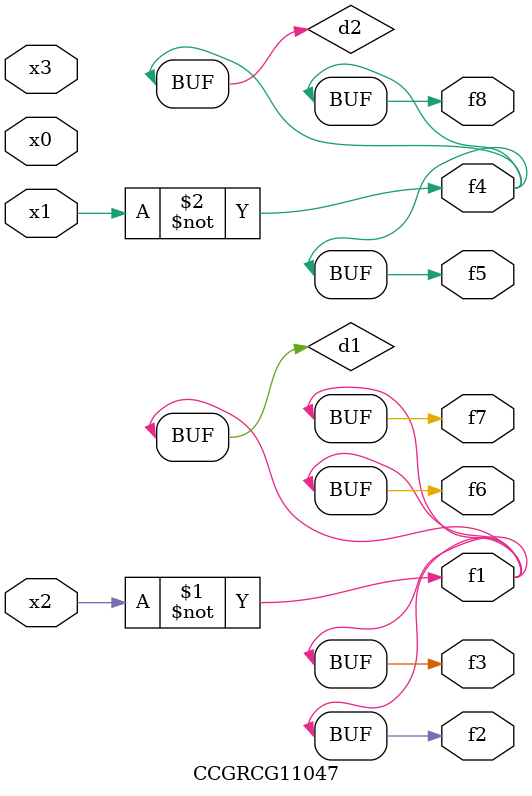
<source format=v>
module CCGRCG11047(
	input x0, x1, x2, x3,
	output f1, f2, f3, f4, f5, f6, f7, f8
);

	wire d1, d2;

	xnor (d1, x2);
	not (d2, x1);
	assign f1 = d1;
	assign f2 = d1;
	assign f3 = d1;
	assign f4 = d2;
	assign f5 = d2;
	assign f6 = d1;
	assign f7 = d1;
	assign f8 = d2;
endmodule

</source>
